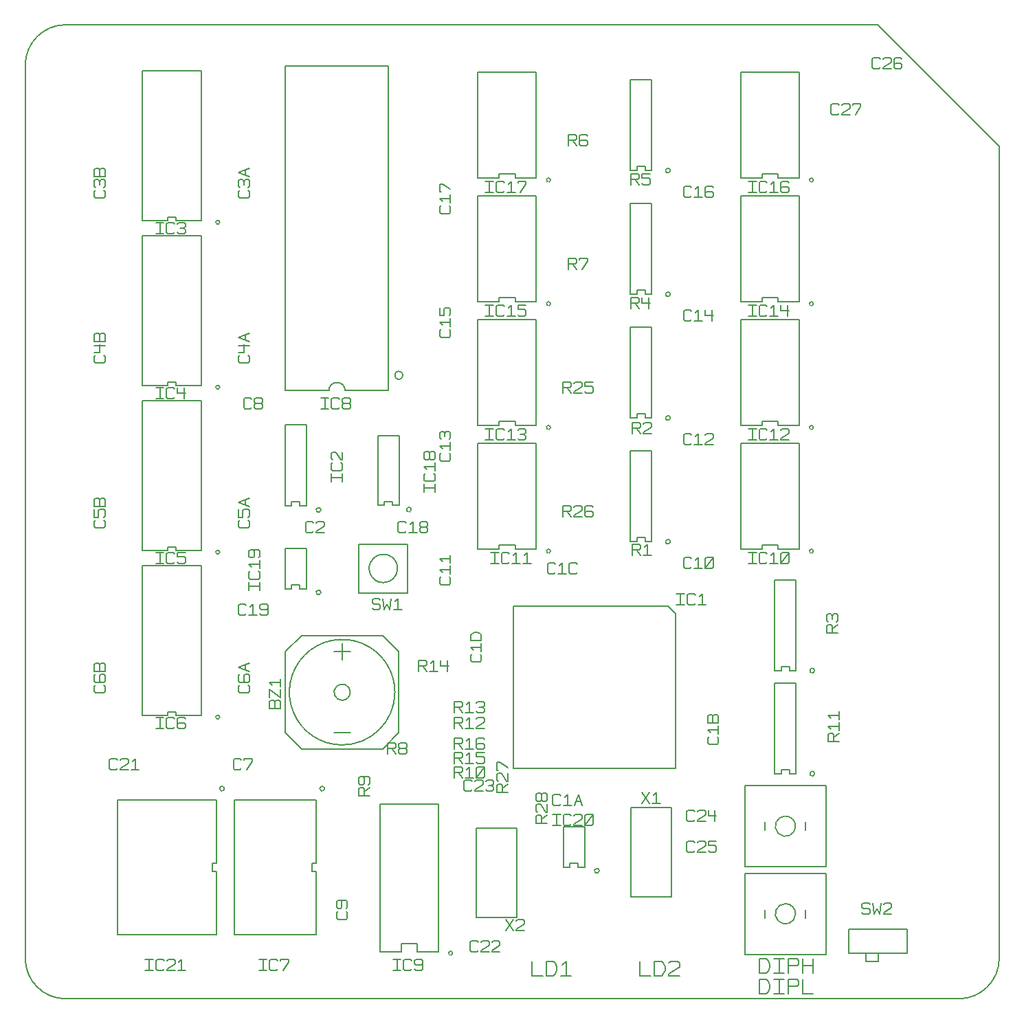
<source format=gbr>
G04 PCB Fabrication Data in Gerber  Example 1, created by Karel Tavernier, Filip Vermeire and Thomas Weyn*
G04 Ucamco copyright*
%TF.GenerationSoftware,Ucamco,UcamX,1.1.0-140320*%
%TF.CreationDate,2014-06-18T00:00;00+01:00*%
%FSLAX35Y35*%
%MOMM*%
%TF.FileFunction,Legend,Top*%
%TF.FilePolarity,Positive*%
%TF.Part,Single*%
%TF.SameCoordinates,f8d53b1f8c81977d8c3d0dffcc4c4bd6e6770c0f*%
%ADD10C,0.20000*%
G01*
G75*
%LPD*%
D10*
X3404499Y4475498D02*
X4404497D01*
X4602498Y4277497D01*
Y3277499D01*
X4404497Y3079499D01*
X3404499D01*
X3206499Y3277499D01*
Y4277497D01*
X3404499Y4475498D01*
X4554500Y3777498D02*
G2X3904498Y3127496I-650002J0D01*
G2X4554500Y3777498I0J650002D01*
G1X3804499Y3277499D02*
X4004498D01*
X4004498Y3777498D02*
G2X3904498Y3677498I-100000J0D01*
G2X4004498Y3777498I0J100000D01*
G1X3804499Y4277497D02*
X4004498D01*
X3904498Y4377500D02*
Y4177498D01*
X9865497Y1626499D02*
X8865499D01*
X9365498Y2251499D02*
G2X9490499Y2126498I0J-125001D01*
G2X9365498Y2251499I-125001J0D01*
G1X9865497Y2626497D02*
X8865499D01*
X9865497Y546999D02*
X8865499D01*
X9365498Y1171999D02*
G2X9490499Y1046998I0J-125001D01*
G2X9365498Y1171999I-125001J0D01*
G1X9865497Y1546997D02*
X8865499D01*
X6015998Y4840999D02*
X7915999D01*
X8015999Y4740999D01*
Y2840998D01*
X6015998D01*
Y4840999D01*
X9684997Y5538999D02*
G2X9709996Y5514000I0J-24999D01*
G2X9684997Y5538999I-24999J0D01*
G1X9274998Y5540500D02*
Y5590500D01*
X9074999D01*
Y5540500D01*
X8814999D01*
Y6840497D01*
X9534998D01*
Y5540500D01*
X9274998D01*
X6446497Y5538999D02*
G2X6471496Y5514000I0J-24999D01*
G2X6446497Y5538999I-24999J0D01*
G1X6036498Y5540500D02*
Y5590500D01*
X5836499D01*
Y5540500D01*
X5576499D01*
Y6840497D01*
X6296498D01*
Y5540500D01*
X6036498D01*
X9684997Y7062999D02*
G2X9709999Y7037997I0J-25002D01*
G2X9684997Y7062999I-25002J0D01*
G1X9274998Y7064497D02*
Y7114497D01*
X9074999D01*
Y7064497D01*
X8814999D01*
Y8364497D01*
X9534998D01*
Y7064497D01*
X9274998D01*
X6446497Y7062999D02*
G2X6471499Y7037997I0J-25002D01*
G2X6446497Y7062999I-25002J0D01*
G1X6036498Y7064497D02*
Y7114497D01*
X5836499D01*
Y7064497D01*
X5576499D01*
Y8364497D01*
X6296498D01*
Y7064497D01*
X6036498D01*
X9684997Y8586999D02*
G2X9709999Y8561997I0J-25002D01*
G2X9684997Y8586999I-25002J0D01*
G1X9274998Y8588497D02*
Y8638497D01*
X9074999D01*
Y8588497D01*
X8814999D01*
Y9888497D01*
X9534998D01*
Y8588497D01*
X9274998D01*
X6446497Y8586999D02*
G2X6471499Y8561997I0J-25002D01*
G2X6446497Y8586999I-25002J0D01*
G1X6036498Y8588497D02*
Y8638497D01*
X5836499D01*
Y8588497D01*
X5576499D01*
Y9888497D01*
X6296498D01*
Y8588497D01*
X6036498D01*
X9684997Y10110999D02*
G2X9709999Y10085997I0J-25002D01*
G2X9684997Y10110999I-25002J0D01*
G1X9274998Y10112497D02*
Y10162497D01*
X9074999D01*
Y10112497D01*
X8814999D01*
Y11412497D01*
X9534998D01*
Y10112497D01*
X9274998D01*
X6446497Y10110999D02*
G2X6471499Y10085997I0J-25002D01*
G2X6446497Y10110999I-25002J0D01*
G1X6036498Y10112497D02*
Y10162497D01*
X5836499D01*
Y10112497D01*
X5576499D01*
Y11412497D01*
X6296498D01*
Y10112497D01*
X6036498D01*
X4725998Y6056999D02*
G2X4755998Y6026999I0J-30000D01*
G2X4725998Y6056999I-30000J0D01*
G1X4525998Y6127999D02*
Y6077999D01*
X4605998D01*
Y6937998D01*
X4345999D01*
Y6077999D01*
X4425999D01*
Y6127999D01*
X4525998D01*
X3612998Y5036000D02*
G2X3642998Y5006000I0J-30000D01*
G2X3612998Y5036000I-30000J0D01*
G1X3382998Y5051499D02*
Y5101499D01*
X3282999D01*
Y5051499D01*
X3202999D01*
Y5551498D01*
X3462998D01*
Y5051499D01*
X3382998D01*
X3612998Y6051997D02*
G2X3642998Y6021997I0J-30000D01*
G2X3612998Y6051997I-30000J0D01*
G1X3382998Y6121499D02*
X3282999D01*
Y6071499D01*
X3202999D01*
Y7071497D01*
X3462998D01*
Y6071499D01*
X3382998D01*
Y6121499D01*
X7041998Y1607000D02*
G2X7071998Y1577000I0J-30000D01*
G2X7041998Y1607000I-30000J0D01*
G1X6811998Y1622499D02*
Y1672499D01*
X6711999D01*
Y1622499D01*
X6631999D01*
Y2122498D01*
X6891998D01*
Y1622499D01*
X6811998D01*
X2395500Y2588499D02*
G2X2425500Y2618499I30000J0D01*
G2X2395500Y2588499I0J-30000D01*
G1X2355500Y788498D02*
X1135500D01*
Y2448499D01*
X2355500D01*
Y1668498D01*
X2305500D01*
Y1568499D01*
X2355500D01*
Y788498D01*
X2371499Y9590997D02*
G2X2396498Y9565998I0J-24999D01*
G2X2371499Y9590997I-24999J0D01*
G1X1443998Y9583499D02*
Y11433498D01*
X2173999D01*
Y9583499D01*
X1858998D01*
Y9633499D01*
X1758999D01*
Y9583499D01*
X1443998D01*
X2371499Y7558997D02*
G2X2396498Y7533998I0J-24999D01*
G2X2371499Y7558997I-24999J0D01*
G1X1443998Y7551499D02*
Y9401498D01*
X2173999D01*
Y7551499D01*
X1858998D01*
Y7601499D01*
X1758999D01*
Y7551499D01*
X1443998D01*
X2371499Y5527000D02*
G2X2396501Y5501998I0J-25002D01*
G2X2371499Y5527000I-25002J0D01*
G1X1443998Y5519499D02*
Y7369498D01*
X2173999D01*
Y5519499D01*
X1858998D01*
Y5569499D01*
X1758999D01*
Y5519499D01*
X1443998D01*
X2371499Y3495000D02*
G2X2396501Y3469998I0J-25002D01*
G2X2371499Y3495000I-25002J0D01*
G1X1443998Y3487499D02*
Y5337498D01*
X2173999D01*
Y3487499D01*
X1858998D01*
Y3537499D01*
X1758999D01*
Y3487499D01*
X1443998D01*
X3629000Y2588499D02*
G2X3659000Y2618499I30000J0D01*
G2X3629000Y2588499I0J-30000D01*
G1X3583999Y1668498D02*
X3533999D01*
Y1568499D01*
X3583999D01*
Y788498D01*
X2573998D01*
Y2448499D01*
X3583999D01*
Y1668498D01*
X4475998Y11492497D02*
Y7492497D01*
X3940998D01*
G3X3740999Y7492497I-100000J0D01*
G1X3205998D01*
Y11492497D01*
X4475998D01*
X4602998Y7731499D02*
G2X4652998Y7681499I0J-50000D01*
G2X4602998Y7731499I-50000J0D01*
G1X5240000Y585999D02*
G2X5264999Y561000I0J-24999D01*
G2X5240000Y585999I-24999J0D01*
G1X4629999Y581498D02*
X4369999D01*
Y2401499D01*
X5089998D01*
Y581498D01*
X4829998D01*
Y681497D01*
X4629999D01*
Y581498D01*
X7917498Y5660499D02*
G2X7947497Y5630500I0J-29999D01*
G2X7917498Y5660499I-29999J0D01*
G1X7537499Y5630500D02*
X7457499D01*
Y6750497D01*
X7717498D01*
Y5630500D01*
X7637498D01*
Y5680499D01*
X7537499D01*
Y5630500D01*
X9695498Y2802999D02*
G2X9725497Y2773000I0J-29999D01*
G2X9695498Y2802999I-29999J0D01*
G1X9315499Y2773000D02*
X9235499D01*
Y3893000D01*
X9495498D01*
Y2773000D01*
X9415498D01*
Y2822999D01*
X9315499D01*
Y2773000D01*
X7917498Y7184497D02*
G2X7947498Y7154497I0J-30000D01*
G2X7917498Y7184497I-30000J0D01*
G1X7537499Y7154497D02*
X7457499D01*
Y8274497D01*
X7717498D01*
Y7154497D01*
X7637498D01*
Y7204497D01*
X7537499D01*
Y7154497D01*
X9695498Y4072999D02*
G2X9725497Y4043000I0J-29999D01*
G2X9695498Y4072999I-29999J0D01*
G1X9315499Y4043000D02*
X9235499D01*
Y5163000D01*
X9495498D01*
Y4043000D01*
X9415498D01*
Y4092999D01*
X9315499D01*
Y4043000D01*
X7917498Y8708497D02*
G2X7947498Y8678497I0J-30000D01*
G2X7917498Y8708497I-30000J0D01*
G1X7537499Y8678497D02*
X7457499D01*
Y9798497D01*
X7717498D01*
Y8678497D01*
X7637498D01*
Y8728497D01*
X7537499D01*
Y8678497D01*
X7917498Y10232497D02*
G2X7947498Y10202497I0J-30000D01*
G2X7917498Y10232497I-30000J0D01*
G1X7537499Y10202497D02*
X7457499D01*
Y11322497D01*
X7717498D01*
Y10202497D01*
X7637498D01*
Y10252497D01*
X7537499D01*
Y10202497D01*
X4112499Y5001499D02*
Y5601498D01*
X4712498D01*
Y5001499D01*
X4112499D01*
X4587499Y5301498D02*
G2X4412498Y5126497I-175001J0D01*
G2X4587499Y5301498I0J175001D01*
G1X10868498Y859999D02*
Y559999D01*
X10148499D01*
Y859999D01*
X10508498Y559999D02*
Y459999D01*
X10358499D01*
Y559999D01*
X10508498D01*
X7964498Y2359000D02*
X7464499D01*
X7964498Y1259000D02*
X7464499D01*
X6059498Y2105000D02*
X5559499D01*
X6059498Y1005000D02*
X5559499D01*
X10148500Y860000D02*
X10868500D01*
X9865500Y2626500D02*
Y1626500D01*
X8865500Y2626500D02*
Y1626500D01*
X8865500Y1547000D02*
Y547000D01*
X9865500Y1547000D02*
Y547000D01*
X5559500Y2105000D02*
Y1005000D01*
X6059500Y2105000D02*
Y1005000D01*
X7464500Y2359000D02*
Y1259000D01*
X7964500Y2359000D02*
Y1259000D01*
X3142498Y3577971D02*
X3009479D01*
Y3660046D01*
X3026461Y3677026D01*
X3060423D01*
X3075989Y3660046D01*
X3092971Y3677026D01*
X3126933D01*
X3142498Y3660046D01*
Y3577971D01*
X3075989Y3577971D02*
Y3660046D01*
X3009479Y3710989D02*
Y3810046D01*
X3142498Y3710989D01*
Y3810046D01*
X3142498Y3844008D02*
Y3943066D01*
X3142498Y3893536D02*
X3009479D01*
X3043441Y3859573D01*
X8210926Y5317064D02*
X8193946Y5301498D01*
X8127436D01*
X8111871Y5317064D01*
Y5417536D01*
X8127436Y5434518D01*
X8193946D01*
X8210926Y5417536D01*
X8244889Y5301498D02*
X8343946D01*
X8294416Y5301498D02*
Y5434518D01*
X8260454Y5400556D01*
X8377908Y5317064D02*
Y5417536D01*
X8393473Y5434518D01*
X8459983D01*
X8476963Y5417536D01*
Y5317064D01*
X8459983Y5301498D01*
X8393473D01*
X8377908Y5317064D01*
X8377908Y5301498D02*
X8476963Y5434518D01*
X5222433Y5201026D02*
X5237998Y5184046D01*
Y5117536D01*
X5222433Y5101971D01*
X5121961D01*
X5104979Y5117536D01*
Y5184046D01*
X5121961Y5201026D01*
X5237998Y5234989D02*
Y5334046D01*
X5237998Y5284519D02*
X5104979D01*
X5138941Y5250556D01*
X5237998Y5368008D02*
Y5467066D01*
X5237998Y5417536D02*
X5104979D01*
X5138941Y5383573D01*
X8210926Y6841064D02*
X8193946Y6825498D01*
X8127436D01*
X8111871Y6841064D01*
Y6941536D01*
X8127436Y6958518D01*
X8193946D01*
X8210926Y6941536D01*
X8244889Y6825498D02*
X8343946D01*
X8294416Y6825498D02*
Y6958518D01*
X8260454Y6924556D01*
X8377908Y6941536D02*
X8393473Y6958518D01*
X8459983D01*
X8476963Y6941536D01*
Y6907573D01*
X8459983Y6892008D01*
X8377908Y6841064D01*
Y6825498D01*
X8476963D01*
X5222433Y6725026D02*
X5237998Y6708046D01*
Y6641536D01*
X5222433Y6625971D01*
X5121961D01*
X5104979Y6641536D01*
Y6708046D01*
X5121961Y6725026D01*
X5237998Y6758989D02*
Y6858046D01*
X5237998Y6808516D02*
X5104979D01*
X5138941Y6774554D01*
X5121961Y6892008D02*
X5104979Y6907573D01*
Y6974083D01*
X5121961Y6991063D01*
X5155923D01*
X5171489Y6958518D01*
X5188471Y6991063D01*
X5222433D01*
X5237998Y6974083D01*
Y6907573D01*
X5222433Y6892008D01*
X5171489Y6924556D02*
Y6958518D01*
X8210926Y8365064D02*
X8193946Y8349498D01*
X8127436D01*
X8111871Y8365064D01*
Y8465536D01*
X8127436Y8482518D01*
X8193946D01*
X8210926Y8465536D01*
X8244889Y8349498D02*
X8343946D01*
X8294416Y8349498D02*
Y8482518D01*
X8260454Y8448556D01*
X8377908Y8482518D02*
Y8416008D01*
X8476963D01*
X8459983Y8482518D02*
Y8349498D01*
X5222433Y8249026D02*
X5237998Y8232046D01*
Y8165536D01*
X5222433Y8149971D01*
X5121961D01*
X5104979Y8165536D01*
Y8232046D01*
X5121961Y8249026D01*
X5237998Y8282989D02*
Y8382046D01*
X5237998Y8332516D02*
X5104979D01*
X5138941Y8298554D01*
X5222433Y8416008D02*
X5237998Y8431573D01*
Y8498083D01*
X5222433Y8515063D01*
X5171489D01*
X5155923Y8498083D01*
Y8416008D01*
X5104979D01*
Y8515063D01*
X8210926Y9889064D02*
X8193946Y9873498D01*
X8127436D01*
X8111871Y9889064D01*
Y9989536D01*
X8127436Y10006518D01*
X8193946D01*
X8210926Y9989536D01*
X8244889Y9873498D02*
X8343946D01*
X8294416Y9873498D02*
Y10006518D01*
X8260454Y9972556D01*
X8476963Y9989536D02*
X8459983Y10006518D01*
X8393473D01*
X8377908Y9989536D01*
Y9889064D01*
X8393473Y9873498D01*
X8459983D01*
X8476963Y9889064D01*
Y9923026D01*
X8459983Y9940008D01*
X8393473D01*
X8377908Y9923026D01*
X5222433Y9773026D02*
X5237998Y9756046D01*
Y9689536D01*
X5222433Y9673971D01*
X5121961D01*
X5104979Y9689536D01*
Y9756046D01*
X5121961Y9773026D01*
X5237998Y9806989D02*
Y9906046D01*
X5237998Y9856516D02*
X5104979D01*
X5138941Y9822554D01*
X5121961Y9940008D02*
X5104979D01*
Y10039063D01*
X5138941D01*
X5237998Y9972556D01*
X4693026Y5761564D02*
X4676046Y5745998D01*
X4609536D01*
X4593971Y5761564D01*
Y5862036D01*
X4609536Y5879018D01*
X4676046D01*
X4693026Y5862036D01*
X4726989Y5745998D02*
X4826046D01*
X4776519Y5745998D02*
Y5879018D01*
X4742556Y5845056D01*
X4875573Y5812508D02*
X4860008Y5795526D01*
Y5761564D01*
X4875573Y5745998D01*
X4942083D01*
X4959066Y5761564D01*
Y5795526D01*
X4942083Y5812508D01*
X4875573D01*
X4860008Y5828073D01*
Y5862036D01*
X4875573Y5879018D01*
X4942083D01*
X4959066Y5862036D01*
Y5828073D01*
X4942083Y5812508D01*
X2724526Y4745564D02*
X2707546Y4729998D01*
X2641036D01*
X2625471Y4745564D01*
Y4846036D01*
X2641036Y4863018D01*
X2707546D01*
X2724526Y4846036D01*
X2758489Y4729998D02*
X2857546D01*
X2808019Y4729998D02*
Y4863018D01*
X2774056Y4829056D01*
X2891508Y4745564D02*
X2907073Y4729998D01*
X2973583D01*
X2990566Y4745564D01*
Y4846036D01*
X2973583Y4863018D01*
X2907073D01*
X2891508Y4846036D01*
Y4812073D01*
X2907073Y4796508D01*
X2973583D01*
X2990566Y4812073D01*
X6598026Y2396064D02*
X6581046Y2380498D01*
X6514536D01*
X6498971Y2396064D01*
Y2496536D01*
X6514536Y2513518D01*
X6581046D01*
X6598026Y2496536D01*
X6631989Y2380498D02*
X6731046D01*
X6681516Y2380498D02*
Y2513518D01*
X6647554Y2479556D01*
X6765008Y2380498D02*
X6780573Y2430026D01*
X6814536Y2513518D01*
X6847083Y2430026D01*
X6864063Y2380498D01*
X6847083Y2430026D02*
X6780573D01*
X8524433Y3232526D02*
X8539998Y3215546D01*
Y3149036D01*
X8524433Y3133471D01*
X8423961D01*
X8406979Y3149036D01*
Y3215546D01*
X8423961Y3232526D01*
X8539998Y3266489D02*
Y3365546D01*
X8539998Y3316019D02*
X8406979D01*
X8440941Y3282056D01*
X8539998Y3399508D02*
X8406979D01*
Y3481583D01*
X8423961Y3498566D01*
X8457923D01*
X8473489Y3481583D01*
X8490471Y3498566D01*
X8524433D01*
X8539998Y3481583D01*
Y3399508D01*
X8473489Y3399508D02*
Y3481583D01*
X6534526Y5253564D02*
X6517546Y5237998D01*
X6451036D01*
X6435471Y5253564D01*
Y5354036D01*
X6451036Y5371018D01*
X6517546D01*
X6534526Y5354036D01*
X6568489Y5237998D02*
X6667546D01*
X6618016Y5237998D02*
Y5371018D01*
X6584054Y5337056D01*
X6800563Y5253564D02*
X6783583Y5237998D01*
X6717073D01*
X6701508Y5253564D01*
Y5354036D01*
X6717073Y5371018D01*
X6783583D01*
X6800563Y5354036D01*
X5603433Y4248526D02*
X5618998Y4231546D01*
Y4165036D01*
X5603433Y4149471D01*
X5502961D01*
X5485979Y4165036D01*
Y4231546D01*
X5502961Y4248526D01*
X5618998Y4282489D02*
Y4381546D01*
X5618998Y4332019D02*
X5485979D01*
X5519941Y4298056D01*
X5618998Y4415508D02*
X5485979D01*
Y4482018D01*
X5502961Y4497583D01*
X5536923Y4514566D01*
X5569471D01*
X5603433Y4497583D01*
X5618998Y4482018D01*
Y4415508D01*
X3553036Y5761564D02*
X3536056Y5745998D01*
X3469546D01*
X3453979Y5761564D01*
Y5862036D01*
X3469546Y5879018D01*
X3536056D01*
X3553036Y5862036D01*
X3586998Y5862036D02*
X3602564Y5879018D01*
X3669073D01*
X3686056Y5862036D01*
Y5828073D01*
X3669073Y5812508D01*
X3586998Y5761564D01*
Y5745998D01*
X3686056D01*
X1137026Y2840564D02*
X1120046Y2824998D01*
X1053536D01*
X1037971Y2840564D01*
Y2941036D01*
X1053536Y2958018D01*
X1120046D01*
X1137026Y2941036D01*
X1170989Y2941036D02*
X1186556Y2958018D01*
X1253064D01*
X1270046Y2941036D01*
Y2907073D01*
X1253064Y2891508D01*
X1170989Y2840564D01*
Y2824998D01*
X1270046D01*
X1304008Y2824998D02*
X1403066D01*
X1353536Y2824998D02*
Y2958018D01*
X1319573Y2924056D01*
X5582026Y592664D02*
X5565046Y577098D01*
X5498536D01*
X5482971Y592664D01*
Y693136D01*
X5498536Y710118D01*
X5565046D01*
X5582026Y693136D01*
X5615989Y693136D02*
X5631556Y710118D01*
X5698064D01*
X5715046Y693136D01*
Y659173D01*
X5698064Y643608D01*
X5615989Y592664D01*
Y577098D01*
X5715046D01*
X5749008Y693136D02*
X5764573Y710118D01*
X5831083D01*
X5848066Y693136D01*
Y659173D01*
X5831083Y643608D01*
X5749008Y592664D01*
Y577098D01*
X5848066D01*
X5505826Y2573864D02*
X5488846Y2558298D01*
X5422336D01*
X5406771Y2573864D01*
Y2674336D01*
X5422336Y2691318D01*
X5488846D01*
X5505826Y2674336D01*
X5539789Y2674336D02*
X5555356Y2691318D01*
X5621864D01*
X5638846Y2674336D01*
Y2640373D01*
X5621864Y2624808D01*
X5539789Y2573864D01*
Y2558298D01*
X5638846D01*
X5672808Y2674336D02*
X5688373Y2691318D01*
X5754883D01*
X5771866Y2674336D01*
Y2640373D01*
X5739318Y2624808D01*
X5771866Y2607826D01*
Y2573864D01*
X5754883Y2558298D01*
X5688373D01*
X5672808Y2573864D01*
X5705356Y2624808D02*
X5739318D01*
X8249026Y2205564D02*
X8232046Y2189998D01*
X8165536D01*
X8149971Y2205564D01*
Y2306036D01*
X8165536Y2323018D01*
X8232046D01*
X8249026Y2306036D01*
X8282989Y2306036D02*
X8298554Y2323018D01*
X8365064D01*
X8382046Y2306036D01*
Y2272073D01*
X8365064Y2256508D01*
X8282989Y2205564D01*
Y2189998D01*
X8382046D01*
X8416008Y2323018D02*
Y2256508D01*
X8515063D01*
X8498083Y2323018D02*
Y2189998D01*
X8249026Y1824564D02*
X8232046Y1808998D01*
X8165536D01*
X8149971Y1824564D01*
Y1925036D01*
X8165536Y1942018D01*
X8232046D01*
X8249026Y1925036D01*
X8282989Y1925036D02*
X8298554Y1942018D01*
X8365064D01*
X8382046Y1925036D01*
Y1891073D01*
X8365064Y1875508D01*
X8282989Y1824564D01*
Y1808998D01*
X8382046D01*
X8416008Y1824564D02*
X8431573Y1808998D01*
X8498083D01*
X8515063Y1824564D01*
Y1875508D01*
X8498083Y1891073D01*
X8416008D01*
Y1942018D01*
X8515063D01*
X10535026Y11476564D02*
X10518046Y11460998D01*
X10451536D01*
X10435971Y11476564D01*
Y11577036D01*
X10451536Y11594018D01*
X10518046D01*
X10535026Y11577036D01*
X10568989Y11577036D02*
X10584554Y11594018D01*
X10651064D01*
X10668046Y11577036D01*
Y11543073D01*
X10651064Y11527508D01*
X10568989Y11476564D01*
Y11460998D01*
X10668046D01*
X10801063Y11577036D02*
X10784083Y11594018D01*
X10717573D01*
X10702008Y11577036D01*
Y11476564D01*
X10717573Y11460998D01*
X10784083D01*
X10801063Y11476564D01*
Y11510526D01*
X10784083Y11527508D01*
X10717573D01*
X10702008Y11510526D01*
X10027026Y10905064D02*
X10010046Y10889498D01*
X9943536D01*
X9927971Y10905064D01*
Y11005536D01*
X9943536Y11022518D01*
X10010046D01*
X10027026Y11005536D01*
X10060989Y11005536D02*
X10076554Y11022518D01*
X10143064D01*
X10160046Y11005536D01*
Y10971573D01*
X10143064Y10956008D01*
X10060989Y10905064D01*
Y10889498D01*
X10160046D01*
X10194008Y11005536D02*
Y11022518D01*
X10293063D01*
Y10988556D01*
X10226556Y10889498D01*
X2745933Y9963526D02*
X2761498Y9946546D01*
Y9880036D01*
X2745933Y9864471D01*
X2645461D01*
X2628479Y9880036D01*
Y9946546D01*
X2645461Y9963526D01*
X2645461Y9997489D02*
X2628479Y10013054D01*
Y10079564D01*
X2645461Y10096546D01*
X2679423D01*
X2694989Y10063998D01*
X2711971Y10096546D01*
X2745933D01*
X2761498Y10079564D01*
Y10013054D01*
X2745933Y9997489D01*
X2694989Y10030036D02*
Y10063998D01*
X2761498Y10130508D02*
X2711971Y10146073D01*
X2628479Y10180036D01*
X2711971Y10212583D01*
X2761498Y10229563D01*
X2711971Y10212583D02*
Y10146073D01*
X967933Y9963526D02*
X983498Y9946546D01*
Y9880036D01*
X967933Y9864471D01*
X867461D01*
X850479Y9880036D01*
Y9946546D01*
X867461Y9963526D01*
X867461Y9997489D02*
X850479Y10013054D01*
Y10079564D01*
X867461Y10096546D01*
X901423D01*
X916989Y10063998D01*
X933971Y10096546D01*
X967933D01*
X983498Y10079564D01*
Y10013054D01*
X967933Y9997489D01*
X916989Y10030036D02*
Y10063998D01*
X983498Y10130508D02*
X850479D01*
Y10212583D01*
X867461Y10229563D01*
X901423D01*
X916989Y10212583D01*
X933971Y10229563D01*
X967933D01*
X983498Y10212583D01*
Y10130508D01*
X916989Y10130508D02*
Y10212583D01*
X2745933Y7931526D02*
X2761498Y7914546D01*
Y7848036D01*
X2745933Y7832471D01*
X2645461D01*
X2628479Y7848036D01*
Y7914546D01*
X2645461Y7931526D01*
X2628479Y7965489D02*
X2694989D01*
Y8064546D01*
X2628479Y8047564D02*
X2761498D01*
X2761498Y8098508D02*
X2711971Y8114073D01*
X2628479Y8148036D01*
X2711971Y8180583D01*
X2761498Y8197563D01*
X2711971Y8180583D02*
Y8114073D01*
X967933Y7931526D02*
X983498Y7914546D01*
Y7848036D01*
X967933Y7832471D01*
X867461D01*
X850479Y7848036D01*
Y7914546D01*
X867461Y7931526D01*
X850479Y7965489D02*
X916989D01*
Y8064546D01*
X850479Y8047564D02*
X983498D01*
X983498Y8098508D02*
X850479D01*
Y8180583D01*
X867461Y8197563D01*
X901423D01*
X916989Y8180583D01*
X933971Y8197563D01*
X967933D01*
X983498Y8180583D01*
Y8098508D01*
X916989Y8098508D02*
Y8180583D01*
X2745933Y5899526D02*
X2761498Y5882546D01*
Y5816036D01*
X2745933Y5800471D01*
X2645461D01*
X2628479Y5816036D01*
Y5882546D01*
X2645461Y5899526D01*
X2745933Y5933489D02*
X2761498Y5949056D01*
Y6015564D01*
X2745933Y6032546D01*
X2694989D01*
X2679423Y6015564D01*
Y5933489D01*
X2628479D01*
Y6032546D01*
X2761498Y6066508D02*
X2711971Y6082073D01*
X2628479Y6116036D01*
X2711971Y6148583D01*
X2761498Y6165563D01*
X2711971Y6148583D02*
Y6082073D01*
X967933Y5899526D02*
X983498Y5882546D01*
Y5816036D01*
X967933Y5800471D01*
X867461D01*
X850479Y5816036D01*
Y5882546D01*
X867461Y5899526D01*
X967933Y5933489D02*
X983498Y5949056D01*
Y6015564D01*
X967933Y6032546D01*
X916989D01*
X901423Y6015564D01*
Y5933489D01*
X850479D01*
Y6032546D01*
X983498Y6066508D02*
X850479D01*
Y6148583D01*
X867461Y6165563D01*
X901423D01*
X916989Y6148583D01*
X933971Y6165563D01*
X967933D01*
X983498Y6148583D01*
Y6066508D01*
X916989Y6066508D02*
Y6148583D01*
X2745933Y3867526D02*
X2761498Y3850546D01*
Y3784036D01*
X2745933Y3768471D01*
X2645461D01*
X2628479Y3784036D01*
Y3850546D01*
X2645461Y3867526D01*
X2645461Y4000546D02*
X2628479Y3983564D01*
Y3917056D01*
X2645461Y3901489D01*
X2745933D01*
X2761498Y3917056D01*
Y3983564D01*
X2745933Y4000546D01*
X2711971D01*
X2694989Y3983564D01*
Y3917056D01*
X2711971Y3901489D01*
X2761498Y4034508D02*
X2711971Y4050073D01*
X2628479Y4084036D01*
X2711971Y4116583D01*
X2761498Y4133566D01*
X2711971Y4116583D02*
Y4050073D01*
X967933Y3867526D02*
X983498Y3850546D01*
Y3784036D01*
X967933Y3768471D01*
X867461D01*
X850479Y3784036D01*
Y3850546D01*
X867461Y3867526D01*
X867461Y4000546D02*
X850479Y3983564D01*
Y3917056D01*
X867461Y3901489D01*
X967933D01*
X983498Y3917056D01*
Y3983564D01*
X967933Y4000546D01*
X933971D01*
X916989Y3983564D01*
Y3917056D01*
X933971Y3901489D01*
X983498Y4034508D02*
X850479D01*
Y4116583D01*
X867461Y4133566D01*
X901423D01*
X916989Y4116583D01*
X933971Y4133566D01*
X967933D01*
X983498Y4116583D01*
Y4034508D01*
X916989Y4034508D02*
Y4116583D01*
X2664036Y2840564D02*
X2647056Y2824998D01*
X2580546D01*
X2564979Y2840564D01*
Y2941036D01*
X2580546Y2958018D01*
X2647056D01*
X2664036Y2941036D01*
X2697998Y2941036D02*
Y2958018D01*
X2797056D01*
Y2924056D01*
X2730546Y2824998D01*
X2791036Y7285564D02*
X2774056Y7269998D01*
X2707546D01*
X2691979Y7285564D01*
Y7386036D01*
X2707546Y7403018D01*
X2774056D01*
X2791036Y7386036D01*
X2840564Y7336508D02*
X2824998Y7319526D01*
Y7285564D01*
X2840564Y7269998D01*
X2907073D01*
X2924056Y7285564D01*
Y7319526D01*
X2907073Y7336508D01*
X2840564D01*
X2824998Y7352073D01*
Y7386036D01*
X2840564Y7403018D01*
X2907073D01*
X2924056Y7386036D01*
Y7352073D01*
X2907073Y7336508D01*
X3952433Y1076536D02*
X3967998Y1059556D01*
Y993046D01*
X3952433Y977479D01*
X3851961D01*
X3834979Y993046D01*
Y1059556D01*
X3851961Y1076536D01*
X3952433Y1110498D02*
X3967998Y1126064D01*
Y1192573D01*
X3952433Y1209556D01*
X3851961D01*
X3834979Y1192573D01*
Y1126064D01*
X3851961Y1110498D01*
X3885923D01*
X3901489Y1126064D01*
Y1192573D01*
X3885923Y1209556D01*
X8022971Y4856998D02*
X8122026D01*
X8022971Y4990018D02*
X8122026D01*
X8072499Y4990018D02*
Y4856998D01*
X8255046Y4872564D02*
X8238064Y4856998D01*
X8171554D01*
X8155989Y4872564D01*
Y4973036D01*
X8171554Y4990018D01*
X8238064D01*
X8255046Y4973036D01*
X8289008Y4856998D02*
X8388063D01*
X8338536Y4856998D02*
Y4990018D01*
X8304573Y4956056D01*
X8908961Y5364998D02*
X9008016D01*
X8908961Y5498018D02*
X9008016D01*
X8958489Y5498018D02*
Y5364998D01*
X9141036Y5380564D02*
X9124054Y5364998D01*
X9057546D01*
X9041979Y5380564D01*
Y5481036D01*
X9057546Y5498018D01*
X9124054D01*
X9141036Y5481036D01*
X9174998Y5364998D02*
X9274056D01*
X9224526Y5364998D02*
Y5498018D01*
X9190564Y5464056D01*
X9308018Y5380564D02*
Y5481036D01*
X9323583Y5498018D01*
X9390093D01*
X9407073Y5481036D01*
Y5380564D01*
X9390093Y5364998D01*
X9323583D01*
X9308018Y5380564D01*
X9308018Y5364998D02*
X9407073Y5498018D01*
X5733961Y5364998D02*
X5833019D01*
X5733961Y5498018D02*
X5833019D01*
X5783489Y5498018D02*
Y5364998D01*
X5966036Y5380564D02*
X5949056Y5364998D01*
X5882546D01*
X5866979Y5380564D01*
Y5481036D01*
X5882546Y5498018D01*
X5949056D01*
X5966036Y5481036D01*
X5999998Y5364998D02*
X6099056D01*
X6049526Y5364998D02*
Y5498018D01*
X6015564Y5464056D01*
X6133018Y5364998D02*
X6232073D01*
X6182546Y5364998D02*
Y5498018D01*
X6148583Y5464056D01*
X8908961Y6888998D02*
X9008016D01*
X8908961Y7022018D02*
X9008016D01*
X8958489Y7022018D02*
Y6888998D01*
X9141036Y6904564D02*
X9124054Y6888998D01*
X9057546D01*
X9041979Y6904564D01*
Y7005036D01*
X9057546Y7022018D01*
X9124054D01*
X9141036Y7005036D01*
X9174998Y6888998D02*
X9274056D01*
X9224526Y6888998D02*
Y7022018D01*
X9190564Y6988056D01*
X9308018Y7005036D02*
X9323583Y7022018D01*
X9390093D01*
X9407073Y7005036D01*
Y6971073D01*
X9390093Y6955508D01*
X9308018Y6904564D01*
Y6888998D01*
X9407073D01*
X5670461Y6888998D02*
X5769519D01*
X5670461Y7022018D02*
X5769519D01*
X5719989Y7022018D02*
Y6888998D01*
X5902536Y6904564D02*
X5885556Y6888998D01*
X5819046D01*
X5803479Y6904564D01*
Y7005036D01*
X5819046Y7022018D01*
X5885556D01*
X5902536Y7005036D01*
X5936498Y6888998D02*
X6035556D01*
X5986028Y6888998D02*
Y7022018D01*
X5952064Y6988056D01*
X6069518Y7005036D02*
X6085083Y7022018D01*
X6151593D01*
X6168573Y7005036D01*
Y6971073D01*
X6136026Y6955508D01*
X6168573Y6938526D01*
Y6904564D01*
X6151593Y6888998D01*
X6085083D01*
X6069518Y6904564D01*
X6102066Y6955508D02*
X6136026D01*
X8908961Y8412998D02*
X9008016D01*
X8908961Y8546018D02*
X9008016D01*
X8958489Y8546018D02*
Y8412998D01*
X9141036Y8428564D02*
X9124054Y8412998D01*
X9057546D01*
X9041979Y8428564D01*
Y8529036D01*
X9057546Y8546018D01*
X9124054D01*
X9141036Y8529036D01*
X9174998Y8412998D02*
X9274056D01*
X9224526Y8412998D02*
Y8546018D01*
X9190564Y8512056D01*
X9308018Y8546018D02*
Y8479508D01*
X9407073D01*
X9390093Y8546018D02*
Y8412998D01*
X5670461Y8412998D02*
X5769519D01*
X5670461Y8546018D02*
X5769519D01*
X5719989Y8546018D02*
Y8412998D01*
X5902536Y8428564D02*
X5885556Y8412998D01*
X5819046D01*
X5803479Y8428564D01*
Y8529036D01*
X5819046Y8546018D01*
X5885556D01*
X5902536Y8529036D01*
X5936498Y8412998D02*
X6035556D01*
X5986028Y8412998D02*
Y8546018D01*
X5952064Y8512056D01*
X6069518Y8428564D02*
X6085083Y8412998D01*
X6151593D01*
X6168573Y8428564D01*
Y8479508D01*
X6151593Y8495073D01*
X6069518D01*
Y8546018D01*
X6168573D01*
X8908961Y9936998D02*
X9008016D01*
X8908961Y10070018D02*
X9008016D01*
X8958489Y10070018D02*
Y9936998D01*
X9141036Y9952564D02*
X9124054Y9936998D01*
X9057546D01*
X9041979Y9952564D01*
Y10053036D01*
X9057546Y10070018D01*
X9124054D01*
X9141036Y10053036D01*
X9174998Y9936998D02*
X9274056D01*
X9224526Y9936998D02*
Y10070018D01*
X9190564Y10036056D01*
X9407073Y10053036D02*
X9390093Y10070018D01*
X9323583D01*
X9308018Y10053036D01*
Y9952564D01*
X9323583Y9936998D01*
X9390093D01*
X9407073Y9952564D01*
Y9986526D01*
X9390093Y10003508D01*
X9323583D01*
X9308018Y9986526D01*
X5670461Y9936998D02*
X5769519D01*
X5670461Y10070018D02*
X5769519D01*
X5719989Y10070018D02*
Y9936998D01*
X5902536Y9952564D02*
X5885556Y9936998D01*
X5819046D01*
X5803479Y9952564D01*
Y10053036D01*
X5819046Y10070018D01*
X5885556D01*
X5902536Y10053036D01*
X5936498Y9936998D02*
X6035556D01*
X5986028Y9936998D02*
Y10070018D01*
X5952064Y10036056D01*
X6069518Y10053036D02*
Y10070018D01*
X6168573D01*
Y10036056D01*
X6102066Y9936998D01*
X5047498Y6241961D02*
Y6341016D01*
X4914479Y6241961D02*
Y6341016D01*
X4914479Y6291489D02*
X5047498D01*
X5031933Y6474036D02*
X5047498Y6457054D01*
Y6390546D01*
X5031933Y6374979D01*
X4931461D01*
X4914479Y6390546D01*
Y6457054D01*
X4931461Y6474036D01*
X5047498Y6507998D02*
Y6607056D01*
X5047498Y6557526D02*
X4914479D01*
X4948441Y6523564D01*
X4980989Y6656583D02*
X4997971Y6641018D01*
X5031933D01*
X5047498Y6656583D01*
Y6723093D01*
X5031933Y6740073D01*
X4997971D01*
X4980989Y6723093D01*
Y6656583D01*
X4965423Y6641018D01*
X4931461D01*
X4914479Y6656583D01*
Y6723093D01*
X4931461Y6740073D01*
X4965423D01*
X4980989Y6723093D01*
X2888498Y5035461D02*
Y5134519D01*
X2755479Y5035461D02*
Y5134519D01*
X2755479Y5084989D02*
X2888498D01*
X2872933Y5267536D02*
X2888498Y5250556D01*
Y5184046D01*
X2872933Y5168479D01*
X2772461D01*
X2755479Y5184046D01*
Y5250556D01*
X2772461Y5267536D01*
X2888498Y5301498D02*
Y5400556D01*
X2888498Y5351028D02*
X2755479D01*
X2789441Y5317064D01*
X2872933Y5434518D02*
X2888498Y5450083D01*
Y5516593D01*
X2872933Y5533573D01*
X2772461D01*
X2755479Y5516593D01*
Y5450083D01*
X2772461Y5434518D01*
X2806423D01*
X2821989Y5450083D01*
Y5516593D01*
X2806423Y5533573D01*
X3904498Y6371971D02*
Y6471026D01*
X3771479Y6371971D02*
Y6471026D01*
X3771479Y6421499D02*
X3904498D01*
X3888933Y6604046D02*
X3904498Y6587064D01*
Y6520554D01*
X3888933Y6504989D01*
X3788461D01*
X3771479Y6520554D01*
Y6587064D01*
X3788461Y6604046D01*
X3788461Y6638008D02*
X3771479Y6653573D01*
Y6720083D01*
X3788461Y6737063D01*
X3822423D01*
X3837989Y6720083D01*
X3888933Y6638008D01*
X3904498D01*
Y6737063D01*
X6495961Y2139198D02*
X6595016D01*
X6495961Y2272218D02*
X6595016D01*
X6545489Y2272218D02*
Y2139198D01*
X6728036Y2154764D02*
X6711054Y2139198D01*
X6644546D01*
X6628979Y2154764D01*
Y2255236D01*
X6644546Y2272218D01*
X6711054D01*
X6728036Y2255236D01*
X6761998Y2255236D02*
X6777564Y2272218D01*
X6844073D01*
X6861056Y2255236D01*
Y2221273D01*
X6844073Y2205708D01*
X6761998Y2154764D01*
Y2139198D01*
X6861056D01*
X6895018Y2154764D02*
Y2255236D01*
X6910583Y2272218D01*
X6977093D01*
X6994073Y2255236D01*
Y2154764D01*
X6977093Y2139198D01*
X6910583D01*
X6895018Y2154764D01*
X6895018Y2139198D02*
X6994073Y2272218D01*
X1479461Y348498D02*
X1578519D01*
X1479461Y481518D02*
X1578519D01*
X1528989Y481518D02*
Y348498D01*
X1711536Y364064D02*
X1694556Y348498D01*
X1628046D01*
X1612479Y364064D01*
Y464536D01*
X1628046Y481518D01*
X1694556D01*
X1711536Y464536D01*
X1745498Y464536D02*
X1761064Y481518D01*
X1827573D01*
X1844556Y464536D01*
Y430573D01*
X1827573Y415008D01*
X1745498Y364064D01*
Y348498D01*
X1844556D01*
X1878518Y348498D02*
X1977573D01*
X1928046Y348498D02*
Y481518D01*
X1894083Y447556D01*
X1609471Y9428998D02*
X1708526D01*
X1609471Y9562018D02*
X1708526D01*
X1658999Y9562018D02*
Y9428998D01*
X1841546Y9444564D02*
X1824564Y9428998D01*
X1758056D01*
X1742489Y9444564D01*
Y9545036D01*
X1758056Y9562018D01*
X1824564D01*
X1841546Y9545036D01*
X1875508Y9545036D02*
X1891073Y9562018D01*
X1957583D01*
X1974566Y9545036D01*
Y9511073D01*
X1942018Y9495508D01*
X1974566Y9478526D01*
Y9444564D01*
X1957583Y9428998D01*
X1891073D01*
X1875508Y9444564D01*
X1908056Y9495508D02*
X1942018D01*
X1609471Y7396998D02*
X1708526D01*
X1609471Y7530018D02*
X1708526D01*
X1658999Y7530018D02*
Y7396998D01*
X1841546Y7412564D02*
X1824564Y7396998D01*
X1758056D01*
X1742489Y7412564D01*
Y7513036D01*
X1758056Y7530018D01*
X1824564D01*
X1841546Y7513036D01*
X1875508Y7530018D02*
Y7463508D01*
X1974566D01*
X1957583Y7530018D02*
Y7396998D01*
X1609471Y5364998D02*
X1708526D01*
X1609471Y5498018D02*
X1708526D01*
X1658999Y5498018D02*
Y5364998D01*
X1841546Y5380564D02*
X1824564Y5364998D01*
X1758056D01*
X1742489Y5380564D01*
Y5481036D01*
X1758056Y5498018D01*
X1824564D01*
X1841546Y5481036D01*
X1875508Y5380564D02*
X1891073Y5364998D01*
X1957583D01*
X1974566Y5380564D01*
Y5431508D01*
X1957583Y5447073D01*
X1875508D01*
Y5498018D01*
X1974566D01*
X1609471Y3332998D02*
X1708526D01*
X1609471Y3466018D02*
X1708526D01*
X1658999Y3466018D02*
Y3332998D01*
X1841546Y3348564D02*
X1824564Y3332998D01*
X1758056D01*
X1742489Y3348564D01*
Y3449036D01*
X1758056Y3466018D01*
X1824564D01*
X1841546Y3449036D01*
X1974566Y3449036D02*
X1957583Y3466018D01*
X1891073D01*
X1875508Y3449036D01*
Y3348564D01*
X1891073Y3332998D01*
X1957583D01*
X1974566Y3348564D01*
Y3382526D01*
X1957583Y3399508D01*
X1891073D01*
X1875508Y3382526D01*
X2879471Y348498D02*
X2978526D01*
X2879471Y481518D02*
X2978526D01*
X2928999Y481518D02*
Y348498D01*
X3111546Y364064D02*
X3094564Y348498D01*
X3028056D01*
X3012489Y364064D01*
Y464536D01*
X3028056Y481518D01*
X3094564D01*
X3111546Y464536D01*
X3145508Y464536D02*
Y481518D01*
X3244566D01*
Y447556D01*
X3178056Y348498D01*
X3641471Y7269998D02*
X3740526D01*
X3641471Y7403018D02*
X3740526D01*
X3690999Y7403018D02*
Y7269998D01*
X3873546Y7285564D02*
X3856564Y7269998D01*
X3790056D01*
X3774489Y7285564D01*
Y7386036D01*
X3790056Y7403018D01*
X3856564D01*
X3873546Y7386036D01*
X3923073Y7336508D02*
X3907508Y7319526D01*
Y7285564D01*
X3923073Y7269998D01*
X3989583D01*
X4006566Y7285564D01*
Y7319526D01*
X3989583Y7336508D01*
X3923073D01*
X3907508Y7352073D01*
Y7386036D01*
X3923073Y7403018D01*
X3989583D01*
X4006566Y7386036D01*
Y7352073D01*
X3989583Y7336508D01*
X4530471Y348498D02*
X4629526D01*
X4530471Y481518D02*
X4629526D01*
X4579999Y481518D02*
Y348498D01*
X4762546Y364064D02*
X4745564Y348498D01*
X4679056D01*
X4663489Y364064D01*
Y464536D01*
X4679056Y481518D01*
X4745564D01*
X4762546Y464536D01*
X4796508Y364064D02*
X4812073Y348498D01*
X4878583D01*
X4895566Y364064D01*
Y464536D01*
X4878583Y481518D01*
X4812073D01*
X4796508Y464536D01*
Y430573D01*
X4812073Y415008D01*
X4878583D01*
X4895566Y430573D01*
X4276471Y4809064D02*
X4292036Y4793498D01*
X4358546D01*
X4375526Y4809064D01*
Y4843026D01*
X4358546Y4860008D01*
X4292036D01*
X4276471Y4875573D01*
Y4909536D01*
X4292036Y4926518D01*
X4358546D01*
X4375526Y4909536D01*
X4409489Y4926518D02*
X4425056Y4793498D01*
X4459019Y4860008D01*
X4491564Y4793498D01*
X4508546Y4926518D01*
X4542508Y4793498D02*
X4641566D01*
X4592036Y4793498D02*
Y4926518D01*
X4558073Y4892556D01*
X10308971Y1062564D02*
X10324536Y1046998D01*
X10391046D01*
X10408026Y1062564D01*
Y1096526D01*
X10391046Y1113508D01*
X10324536D01*
X10308971Y1129073D01*
Y1163036D01*
X10324536Y1180018D01*
X10391046D01*
X10408026Y1163036D01*
X10441989Y1180018D02*
X10457554Y1046998D01*
X10491516Y1113508D01*
X10524064Y1046998D01*
X10541046Y1180018D01*
X10575008Y1163036D02*
X10590573Y1180018D01*
X10657083D01*
X10674063Y1163036D01*
Y1129073D01*
X10657083Y1113508D01*
X10575008Y1062564D01*
Y1046998D01*
X10674063D01*
X7594179Y2405898D02*
X7693236Y2538918D01*
X7594179Y2538918D02*
X7693236Y2405898D01*
X7727198Y2405898D02*
X7826256D01*
X7776726Y2405898D02*
Y2538918D01*
X7742764Y2504956D01*
X5917779Y843798D02*
X6016836Y976818D01*
X5917779Y976818D02*
X6016836Y843798D01*
X6050798Y959836D02*
X6066364Y976818D01*
X6132873D01*
X6149856Y959836D01*
Y925873D01*
X6132873Y910308D01*
X6050798Y859364D01*
Y843798D01*
X6149856D01*
X9043282Y317498D02*
Y494858D01*
X9131961D01*
X9152715Y472217D01*
X9175357Y426931D01*
Y383535D01*
X9152715Y338252D01*
X9131961Y317498D01*
X9043282D01*
X9220640Y317498D02*
X9352715D01*
X9220640Y494858D02*
X9352715D01*
X9286677Y494858D02*
Y317498D01*
X9397998Y317498D02*
Y494858D01*
X9507431D01*
X9530073Y472217D01*
Y426931D01*
X9507431Y406177D01*
X9397998D01*
X9575356Y317498D02*
Y494858D01*
X9707433Y494858D02*
Y317498D01*
X9575356Y406177D02*
X9707433D01*
X9043282Y63498D02*
Y240858D01*
X9131961D01*
X9152715Y218217D01*
X9175357Y172931D01*
Y129535D01*
X9152715Y84252D01*
X9131961Y63498D01*
X9043282D01*
X9220640Y63498D02*
X9352715D01*
X9220640Y240858D02*
X9352715D01*
X9286677Y240858D02*
Y63498D01*
X9397998Y63498D02*
Y240858D01*
X9507431D01*
X9530073Y218217D01*
Y172931D01*
X9507431Y152177D01*
X9397998D01*
X9575356Y240858D02*
Y63498D01*
X9707433D01*
X6241961Y462356D02*
Y284998D01*
X6374036D01*
X6419319Y284998D02*
Y462356D01*
X6507998D01*
X6528753Y439715D01*
X6551394Y394432D01*
Y351036D01*
X6528753Y305753D01*
X6507998Y284998D01*
X6419319D01*
X6596677Y284998D02*
X6728752D01*
X6662715Y284998D02*
Y462356D01*
X6617432Y417073D01*
X7575461Y462356D02*
Y284998D01*
X7707536D01*
X7752819Y284998D02*
Y462356D01*
X7841498D01*
X7862253Y439715D01*
X7884894Y394432D01*
Y351036D01*
X7862253Y305753D01*
X7841498Y284998D01*
X7752819D01*
X7930177Y439715D02*
X7950932Y462356D01*
X8039611D01*
X8062252Y439715D01*
Y394432D01*
X8039611Y373677D01*
X7930177Y305753D01*
Y284998D01*
X8062252D01*
X7477750Y5466598D02*
Y5601747D01*
X7561141D01*
X7578393Y5584493D01*
Y5549987D01*
X7561141Y5534173D01*
X7477750D01*
X7528073Y5534173D02*
X7578393Y5466598D01*
X7612898Y5466598D02*
X7713541D01*
X7663218Y5466598D02*
Y5601747D01*
X7628712Y5567241D01*
X5289278Y2723398D02*
Y2858547D01*
X5372667D01*
X5389918Y2841293D01*
Y2806787D01*
X5372667Y2790973D01*
X5289278D01*
X5339598Y2790973D02*
X5389918Y2723398D01*
X5424424Y2723398D02*
X5525067D01*
X5474747Y2723398D02*
Y2858547D01*
X5440241Y2824041D01*
X5559573Y2739212D02*
Y2841293D01*
X5575387Y2858547D01*
X5642961D01*
X5660212Y2841293D01*
Y2739212D01*
X5642961Y2723398D01*
X5575387D01*
X5559573Y2739212D01*
X5559573Y2723398D02*
X5660212Y2858547D01*
X10025898Y3168378D02*
X9890750D01*
Y3251767D01*
X9908004Y3269018D01*
X9942510D01*
X9958324Y3251767D01*
Y3168378D01*
X9958324Y3218698D02*
X10025898Y3269018D01*
X10025898Y3303524D02*
Y3404167D01*
X10025898Y3353847D02*
X9890750D01*
X9925256Y3319341D01*
X10025898Y3438673D02*
Y3539312D01*
X10025898Y3488993D02*
X9890750D01*
X9925256Y3454487D01*
X5289278Y3332998D02*
Y3468147D01*
X5372667D01*
X5389918Y3450893D01*
Y3416387D01*
X5372667Y3400573D01*
X5289278D01*
X5339598Y3400573D02*
X5389918Y3332998D01*
X5424424Y3332998D02*
X5525067D01*
X5474747Y3332998D02*
Y3468147D01*
X5440241Y3433641D01*
X5559573Y3450893D02*
X5575387Y3468147D01*
X5642961D01*
X5660212Y3450893D01*
Y3416387D01*
X5642961Y3400573D01*
X5559573Y3348812D01*
Y3332998D01*
X5660212D01*
X5289278Y3523498D02*
Y3658647D01*
X5372667D01*
X5389918Y3641393D01*
Y3606887D01*
X5372667Y3591073D01*
X5289278D01*
X5339598Y3591073D02*
X5389918Y3523498D01*
X5424424Y3523498D02*
X5525067D01*
X5474747Y3523498D02*
Y3658647D01*
X5440241Y3624141D01*
X5559573Y3641393D02*
X5575387Y3658647D01*
X5642961D01*
X5660212Y3641393D01*
Y3606887D01*
X5627147Y3591073D01*
X5660212Y3573818D01*
Y3539312D01*
X5642961Y3523498D01*
X5575387D01*
X5559573Y3539312D01*
X5592641Y3591073D02*
X5627147D01*
X4844778Y4031498D02*
Y4166647D01*
X4928167D01*
X4945418Y4149393D01*
Y4114887D01*
X4928167Y4099073D01*
X4844778D01*
X4895098Y4099073D02*
X4945418Y4031498D01*
X4979924Y4031498D02*
X5080567D01*
X5030247Y4031498D02*
Y4166647D01*
X4995741Y4132141D01*
X5115073Y4166647D02*
Y4099073D01*
X5215712D01*
X5198461Y4166647D02*
Y4031498D01*
X5289278Y2901198D02*
Y3036347D01*
X5372667D01*
X5389918Y3019093D01*
Y2984587D01*
X5372667Y2968773D01*
X5289278D01*
X5339598Y2968773D02*
X5389918Y2901198D01*
X5424424Y2901198D02*
X5525067D01*
X5474747Y2901198D02*
Y3036347D01*
X5440241Y3001841D01*
X5559573Y2917012D02*
X5575387Y2901198D01*
X5642961D01*
X5660212Y2917012D01*
Y2968773D01*
X5642961Y2984587D01*
X5559573D01*
Y3036347D01*
X5660212D01*
X5289278Y3078998D02*
Y3214147D01*
X5372667D01*
X5389918Y3196893D01*
Y3162387D01*
X5372667Y3146573D01*
X5289278D01*
X5339598Y3146573D02*
X5389918Y3078998D01*
X5424424Y3078998D02*
X5525067D01*
X5474747Y3078998D02*
Y3214147D01*
X5440241Y3179641D01*
X5660212Y3196893D02*
X5642961Y3214147D01*
X5575387D01*
X5559573Y3196893D01*
Y3094812D01*
X5575387Y3078998D01*
X5642961D01*
X5660212Y3094812D01*
Y3129318D01*
X5642961Y3146573D01*
X5575387D01*
X5559573Y3129318D01*
X7477750Y6965198D02*
Y7100344D01*
X7561141D01*
X7578393Y7083093D01*
Y7048587D01*
X7561141Y7032773D01*
X7477750D01*
X7528073Y7032773D02*
X7578393Y6965198D01*
X7612898Y7083093D02*
X7628712Y7100344D01*
X7696287D01*
X7713541Y7083093D01*
Y7048587D01*
X7696287Y7032773D01*
X7612898Y6981012D01*
Y6965198D01*
X7713541D01*
X6622778Y7460498D02*
Y7595644D01*
X6706167D01*
X6723418Y7578393D01*
Y7543887D01*
X6706167Y7528073D01*
X6622778D01*
X6673098Y7528073D02*
X6723418Y7460498D01*
X6757924Y7578393D02*
X6773741Y7595644D01*
X6841312D01*
X6858567Y7578393D01*
Y7543887D01*
X6841312Y7528073D01*
X6757924Y7476312D01*
Y7460498D01*
X6858567D01*
X6893073Y7476312D02*
X6908887Y7460498D01*
X6976461D01*
X6993712Y7476312D01*
Y7528073D01*
X6976461Y7543887D01*
X6893073D01*
Y7595644D01*
X6993712D01*
X6622778Y5936498D02*
Y6071644D01*
X6706167D01*
X6723418Y6054393D01*
Y6019887D01*
X6706167Y6004073D01*
X6622778D01*
X6673098Y6004073D02*
X6723418Y5936498D01*
X6757924Y6054393D02*
X6773741Y6071644D01*
X6841312D01*
X6858567Y6054393D01*
Y6019887D01*
X6841312Y6004073D01*
X6757924Y5952312D01*
Y5936498D01*
X6858567D01*
X6993712Y6054393D02*
X6976461Y6071644D01*
X6908887D01*
X6893073Y6054393D01*
Y5952312D01*
X6908887Y5936498D01*
X6976461D01*
X6993712Y5952312D01*
Y5986818D01*
X6976461Y6004073D01*
X6908887D01*
X6893073Y5986818D01*
X5949198Y2546078D02*
X5814053D01*
Y2629467D01*
X5831304Y2646718D01*
X5865810D01*
X5881624Y2629467D01*
Y2546078D01*
X5881624Y2596398D02*
X5949198Y2646718D01*
X5831304Y2681224D02*
X5814053Y2697041D01*
Y2764612D01*
X5831304Y2781867D01*
X5865810D01*
X5881624Y2764612D01*
X5933384Y2681224D01*
X5949198D01*
Y2781867D01*
X5831304Y2816373D02*
X5814053D01*
Y2917012D01*
X5848556D01*
X5949198Y2849441D01*
X6431798Y2165078D02*
X6296650D01*
Y2248467D01*
X6313904Y2265718D01*
X6348410D01*
X6364224Y2248467D01*
Y2165078D01*
X6364224Y2215398D02*
X6431798Y2265718D01*
X6313904Y2300224D02*
X6296650Y2316041D01*
Y2383612D01*
X6313904Y2400867D01*
X6348410D01*
X6364224Y2383612D01*
X6415984Y2300224D01*
X6431798D01*
Y2400867D01*
X6364224Y2451187D02*
X6381478Y2435373D01*
X6415984D01*
X6431798Y2451187D01*
Y2518761D01*
X6415984Y2536012D01*
X6381478D01*
X6364224Y2518761D01*
Y2451187D01*
X6348410Y2435373D01*
X6313904D01*
X6296650Y2451187D01*
Y2518761D01*
X6313904Y2536012D01*
X6348410D01*
X6364224Y2518761D01*
X10013198Y4505953D02*
X9878050D01*
Y4589341D01*
X9895304Y4606593D01*
X9929810D01*
X9945624Y4589341D01*
Y4505953D01*
X9945624Y4556273D02*
X10013198Y4606593D01*
X9895304Y4641098D02*
X9878050Y4656915D01*
Y4724487D01*
X9895304Y4741741D01*
X9929810D01*
X9945624Y4708673D01*
X9962878Y4741741D01*
X9997384D01*
X10013198Y4724487D01*
Y4656915D01*
X9997384Y4641098D01*
X9945624Y4674167D02*
Y4708673D01*
X7465050Y8501898D02*
Y8637044D01*
X7548441D01*
X7565693Y8619793D01*
Y8585287D01*
X7548441Y8569473D01*
X7465050D01*
X7515373Y8569473D02*
X7565693Y8501898D01*
X7600198Y8637044D02*
Y8569473D01*
X7700841D01*
X7683587Y8637044D02*
Y8501898D01*
X7465050Y10025898D02*
Y10161044D01*
X7548441D01*
X7565693Y10143793D01*
Y10109287D01*
X7548441Y10093473D01*
X7465050D01*
X7515373Y10093473D02*
X7565693Y10025898D01*
X7600198Y10041712D02*
X7616012Y10025898D01*
X7683587D01*
X7700841Y10041712D01*
Y10093473D01*
X7683587Y10109287D01*
X7600198D01*
Y10161044D01*
X7700841D01*
X6690350Y10508498D02*
Y10643644D01*
X6773741D01*
X6790993Y10626393D01*
Y10591887D01*
X6773741Y10576073D01*
X6690350D01*
X6740673Y10576073D02*
X6790993Y10508498D01*
X6926141Y10626393D02*
X6908887Y10643644D01*
X6841312D01*
X6825498Y10626393D01*
Y10524312D01*
X6841312Y10508498D01*
X6908887D01*
X6926141Y10524312D01*
Y10558818D01*
X6908887Y10576073D01*
X6841312D01*
X6825498Y10558818D01*
X6690350Y8984498D02*
Y9119644D01*
X6773741D01*
X6790993Y9102393D01*
Y9067887D01*
X6773741Y9052073D01*
X6690350D01*
X6740673Y9052073D02*
X6790993Y8984498D01*
X6825498Y9102393D02*
Y9119644D01*
X6926141D01*
Y9085141D01*
X6858567Y8984498D01*
X4467853Y3015498D02*
Y3150647D01*
X4551241D01*
X4568493Y3133393D01*
Y3098887D01*
X4551241Y3083073D01*
X4467853D01*
X4518173Y3083073D02*
X4568493Y3015498D01*
X4618815Y3083073D02*
X4602998Y3065818D01*
Y3031312D01*
X4618815Y3015498D01*
X4686387D01*
X4703641Y3031312D01*
Y3065818D01*
X4686387Y3083073D01*
X4618815D01*
X4602998Y3098887D01*
Y3133393D01*
X4618815Y3150647D01*
X4686387D01*
X4703641Y3133393D01*
Y3098887D01*
X4686387Y3083073D01*
X4247398Y2499353D02*
X4112253D01*
Y2582741D01*
X4129504Y2599993D01*
X4164010D01*
X4179824Y2582741D01*
Y2499353D01*
X4179824Y2549673D02*
X4247398Y2599993D01*
X4231584Y2634498D02*
X4247398Y2650315D01*
Y2717887D01*
X4231584Y2735141D01*
X4129504D01*
X4112253Y2717887D01*
Y2650315D01*
X4129504Y2634498D01*
X4164010D01*
X4179824Y2650315D01*
Y2717887D01*
X4164010Y2735141D01*
X9115499Y1097001D02*
Y997001D01*
X9615500Y1097001D02*
Y997001D01*
X9115499Y2176049D02*
Y2076049D01*
X9615500Y2176049D02*
Y2076049D01*
X10500000Y12000000D02*
X12000000Y10500000D01*
X12000000Y500000D02*
Y10500000D01*
X10500000Y12000000D02*
X500000D01*
G3X0Y11500000I0J-500000D01*
G1Y500000D01*
G3X500000Y0I500000J0D01*
G1X11500000D01*
G3X12000000Y500000I0J500000D01*
M02*
</source>
